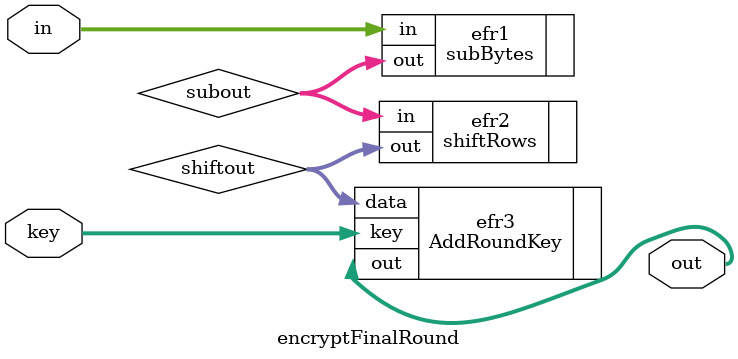
<source format=v>
module encryptFinalRound(
  input [127:0] in,
  input [127:0] key,
  output [127:0] out
);

  wire [127:0] subout;
  subBytes efr1(.in(in), .out(subout));

  wire [127:0] shiftout;
  shiftRows efr2(.in(subout), .out(shiftout));

  AddRoundKey efr3(.data(shiftout), .key(key), .out(out));
endmodule

</source>
